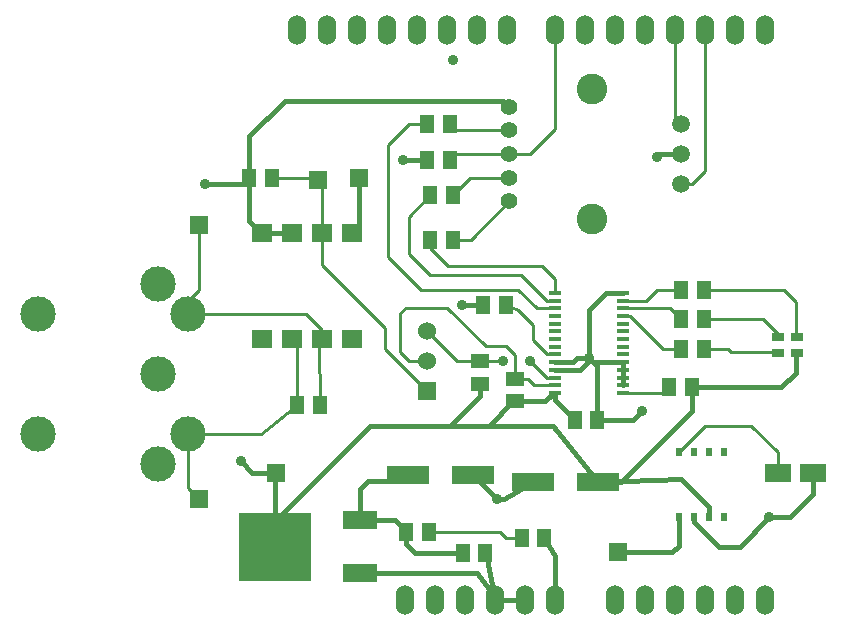
<source format=gtl>
%FSLAX34Y34*%
G04 Gerber Fmt 3.4, Leading zero omitted, Abs format*
G04 (created by PCBNEW (2014-02-26 BZR 4721)-product) date Wednesday, 20 August 2014 20:09:21*
%MOIN*%
G01*
G70*
G90*
G04 APERTURE LIST*
%ADD10C,0.005906*%
%ADD11O,0.060000X0.100000*%
%ADD12C,0.055118*%
%ADD13C,0.059055*%
%ADD14C,0.102362*%
%ADD15R,0.060000X0.060000*%
%ADD16C,0.060000*%
%ADD17R,0.118110X0.062992*%
%ADD18R,0.244094X0.228346*%
%ADD19C,0.118110*%
%ADD20R,0.141700X0.063000*%
%ADD21R,0.086600X0.063000*%
%ADD22R,0.059000X0.051200*%
%ADD23R,0.051200X0.059000*%
%ADD24R,0.039000X0.012000*%
%ADD25R,0.039370X0.027559*%
%ADD26R,0.070000X0.059800*%
%ADD27R,0.020000X0.027500*%
%ADD28C,0.035000*%
%ADD29C,0.015748*%
%ADD30C,0.010000*%
G04 APERTURE END LIST*
G54D10*
G54D11*
X56456Y-30614D03*
X55456Y-30614D03*
X54456Y-30614D03*
X51456Y-30614D03*
X52456Y-30614D03*
X53456Y-30614D03*
X49456Y-30614D03*
X48456Y-30614D03*
X47456Y-30614D03*
X45456Y-30614D03*
X44456Y-30614D03*
X56456Y-11614D03*
X55456Y-11614D03*
X54456Y-11614D03*
X53456Y-11614D03*
X52456Y-11614D03*
X51456Y-11614D03*
X50456Y-11614D03*
X49456Y-11614D03*
X47856Y-11614D03*
X46856Y-11614D03*
X45856Y-11614D03*
X44856Y-11614D03*
X43856Y-11614D03*
X42856Y-11614D03*
X41856Y-11614D03*
X40856Y-11614D03*
X46456Y-30614D03*
G54D12*
X47933Y-17322D03*
X47933Y-16535D03*
X47933Y-15748D03*
X47933Y-14960D03*
X47933Y-14173D03*
G54D13*
X53641Y-16732D03*
X53641Y-15748D03*
X53641Y-14763D03*
G54D14*
X50688Y-17913D03*
X50688Y-13582D03*
G54D15*
X45177Y-23637D03*
G54D16*
X45177Y-22637D03*
X45177Y-21637D03*
G54D15*
X41574Y-16614D03*
X37598Y-18110D03*
X37598Y-27244D03*
X40157Y-26377D03*
X42913Y-16535D03*
X51574Y-29015D03*
G54D17*
X42952Y-29724D03*
G54D18*
X40118Y-28858D03*
G54D17*
X42952Y-27952D03*
G54D19*
X32220Y-25070D03*
X32220Y-21070D03*
X36220Y-20070D03*
X37220Y-21070D03*
X36220Y-23070D03*
X37220Y-25070D03*
X36220Y-26070D03*
G54D20*
X50886Y-26673D03*
X48720Y-26673D03*
X44546Y-26456D03*
X46712Y-26456D03*
G54D21*
X56889Y-26377D03*
X58071Y-26377D03*
G54D22*
X48129Y-23247D03*
X48129Y-23997D03*
X46948Y-22656D03*
X46948Y-23406D03*
G54D23*
X48345Y-28543D03*
X49095Y-28543D03*
X54410Y-21259D03*
X53660Y-21259D03*
X54410Y-22244D03*
X53660Y-22244D03*
X54410Y-20275D03*
X53660Y-20275D03*
X47065Y-20767D03*
X47815Y-20767D03*
X54016Y-23523D03*
X53266Y-23523D03*
X45195Y-15944D03*
X45945Y-15944D03*
X45294Y-18602D03*
X46044Y-18602D03*
X45294Y-17125D03*
X46044Y-17125D03*
X45195Y-14763D03*
X45945Y-14763D03*
X40020Y-16535D03*
X39270Y-16535D03*
X41615Y-24114D03*
X40865Y-24114D03*
X46376Y-29035D03*
X47126Y-29035D03*
X45256Y-28346D03*
X44506Y-28346D03*
G54D24*
X51738Y-23710D03*
X51738Y-23454D03*
X51738Y-23198D03*
X51738Y-22942D03*
X51738Y-22686D03*
X51738Y-22430D03*
X51738Y-22174D03*
X51738Y-21920D03*
X51738Y-21664D03*
X51738Y-21408D03*
X51738Y-21152D03*
X51738Y-20896D03*
X51738Y-20640D03*
X51738Y-20384D03*
X49442Y-20384D03*
X49442Y-20640D03*
X49442Y-20896D03*
X49442Y-21152D03*
X49442Y-21408D03*
X49442Y-21664D03*
X49442Y-21920D03*
X49442Y-22174D03*
X49442Y-22430D03*
X49442Y-22686D03*
X49442Y-22942D03*
X49442Y-23198D03*
X49442Y-23454D03*
X49442Y-23710D03*
G54D23*
X50867Y-24606D03*
X50117Y-24606D03*
G54D25*
X57527Y-22389D03*
X56901Y-22389D03*
X57527Y-21842D03*
X56901Y-21842D03*
G54D26*
X39682Y-21930D03*
X40682Y-21930D03*
X41680Y-21930D03*
X42680Y-21930D03*
X42680Y-18384D03*
X41680Y-18384D03*
X40682Y-18384D03*
X39682Y-18384D03*
G54D27*
X53581Y-27853D03*
X54081Y-27853D03*
X54579Y-27853D03*
X55079Y-27853D03*
X55079Y-25689D03*
X54579Y-25689D03*
X54081Y-25689D03*
X53581Y-25689D03*
G54D28*
X46062Y-12598D03*
X37795Y-16732D03*
X38976Y-25984D03*
X56594Y-27854D03*
X50590Y-22539D03*
X46358Y-20767D03*
X52362Y-24311D03*
X52854Y-15846D03*
X44389Y-15944D03*
X47539Y-27263D03*
X47736Y-22637D03*
X48622Y-22637D03*
G54D29*
X49442Y-23710D02*
X49442Y-23931D01*
X49442Y-23931D02*
X50117Y-24606D01*
X49442Y-23710D02*
X49419Y-23710D01*
X49132Y-23997D02*
X48129Y-23997D01*
X49419Y-23710D02*
X49132Y-23997D01*
X46948Y-23406D02*
X46948Y-23818D01*
X46948Y-23818D02*
X45964Y-24803D01*
X48129Y-23997D02*
X48050Y-23997D01*
X48050Y-23997D02*
X47244Y-24803D01*
X54016Y-23523D02*
X56988Y-23523D01*
X57480Y-23031D02*
X57480Y-22342D01*
X56988Y-23523D02*
X57480Y-23031D01*
X51673Y-26673D02*
X50886Y-26673D01*
X54016Y-24329D02*
X54016Y-23523D01*
X51673Y-26673D02*
X54016Y-24329D01*
X49442Y-23710D02*
X49442Y-23710D01*
X39270Y-16535D02*
X39270Y-15158D01*
X47736Y-13976D02*
X47933Y-14173D01*
X40452Y-13976D02*
X47736Y-13976D01*
X39270Y-15158D02*
X40452Y-13976D01*
X39270Y-16535D02*
X39270Y-17973D01*
X39270Y-17973D02*
X39682Y-18384D01*
X39682Y-18384D02*
X40682Y-18384D01*
X39270Y-16535D02*
X39270Y-16973D01*
X37795Y-16732D02*
X39073Y-16732D01*
X40157Y-26377D02*
X39370Y-26377D01*
X39370Y-26377D02*
X38976Y-25984D01*
X39073Y-16732D02*
X39270Y-16535D01*
X40118Y-28858D02*
X40118Y-26417D01*
X40118Y-26417D02*
X40157Y-26377D01*
X50886Y-26673D02*
X53661Y-26594D01*
X54579Y-27512D02*
X54579Y-27853D01*
X53661Y-26594D02*
X54579Y-27512D01*
X40118Y-28858D02*
X40118Y-27992D01*
X49390Y-24803D02*
X50886Y-26673D01*
X43307Y-24803D02*
X45964Y-24803D01*
X45964Y-24803D02*
X47244Y-24803D01*
X47244Y-24803D02*
X49390Y-24803D01*
X40118Y-27992D02*
X43307Y-24803D01*
X49456Y-30614D02*
X49456Y-29160D01*
X49456Y-29160D02*
X49095Y-28543D01*
G54D30*
X53641Y-16732D02*
X54035Y-16732D01*
X54456Y-16311D02*
X54456Y-11614D01*
X54035Y-16732D02*
X54456Y-16311D01*
X53641Y-14763D02*
X53543Y-14763D01*
X53456Y-14677D02*
X53456Y-11614D01*
X53543Y-14763D02*
X53456Y-14677D01*
X47933Y-15748D02*
X46142Y-15748D01*
X46142Y-15748D02*
X45945Y-15944D01*
X47933Y-15748D02*
X48622Y-15748D01*
X49456Y-14913D02*
X49456Y-11614D01*
X48622Y-15748D02*
X49456Y-14913D01*
G54D29*
X56594Y-27854D02*
X57283Y-27854D01*
X54081Y-27999D02*
X54921Y-28838D01*
X54921Y-28838D02*
X55610Y-28838D01*
X55610Y-28838D02*
X56594Y-27854D01*
X54081Y-27853D02*
X54081Y-27999D01*
X58071Y-27066D02*
X58071Y-26377D01*
X57283Y-27854D02*
X58071Y-27066D01*
X51738Y-23198D02*
X51738Y-23454D01*
X51738Y-22942D02*
X51738Y-23198D01*
X51738Y-22686D02*
X51738Y-22942D01*
X51738Y-22686D02*
X50737Y-22686D01*
X50737Y-22686D02*
X50590Y-22539D01*
X51738Y-20384D02*
X51170Y-20384D01*
X50590Y-20964D02*
X50590Y-22539D01*
X51170Y-20384D02*
X50590Y-20964D01*
X50867Y-24606D02*
X50867Y-22815D01*
X50049Y-22686D02*
X50196Y-22539D01*
X50196Y-22539D02*
X50590Y-22539D01*
X49442Y-22686D02*
X50049Y-22686D01*
X50286Y-22942D02*
X50590Y-22637D01*
X50590Y-22637D02*
X50590Y-22539D01*
X50286Y-22942D02*
X49442Y-22942D01*
X50867Y-22815D02*
X50590Y-22539D01*
X47065Y-20767D02*
X46358Y-20767D01*
X50867Y-24606D02*
X52066Y-24606D01*
X52066Y-24606D02*
X52362Y-24311D01*
X53641Y-15748D02*
X52952Y-15748D01*
X52952Y-15748D02*
X52854Y-15846D01*
X45195Y-15944D02*
X44389Y-15944D01*
X47539Y-27263D02*
X47755Y-27263D01*
X47755Y-27263D02*
X48720Y-26673D01*
X46712Y-26456D02*
X46732Y-26456D01*
X46732Y-26456D02*
X47539Y-27263D01*
X42913Y-16535D02*
X42913Y-18151D01*
X42913Y-18151D02*
X42680Y-18384D01*
X47456Y-30614D02*
X47456Y-30527D01*
X44685Y-29724D02*
X42952Y-29724D01*
X44881Y-29724D02*
X44685Y-29724D01*
X46850Y-29724D02*
X44881Y-29724D01*
X47456Y-30527D02*
X46850Y-29724D01*
X47456Y-30614D02*
X47161Y-29069D01*
X47161Y-29069D02*
X47126Y-29035D01*
X48456Y-30614D02*
X47456Y-30614D01*
G54D30*
X56889Y-26377D02*
X56889Y-25688D01*
X54468Y-24803D02*
X53581Y-25689D01*
X56003Y-24803D02*
X54468Y-24803D01*
X56889Y-25688D02*
X56003Y-24803D01*
X48345Y-28543D02*
X47834Y-28543D01*
X47637Y-28346D02*
X45256Y-28346D01*
X47834Y-28543D02*
X47637Y-28346D01*
X41680Y-21930D02*
X41680Y-21601D01*
X41149Y-21070D02*
X37220Y-21070D01*
X41680Y-21601D02*
X41149Y-21070D01*
X41615Y-24114D02*
X41595Y-22015D01*
X41595Y-22015D02*
X41680Y-21930D01*
X37220Y-21070D02*
X37220Y-20653D01*
X37220Y-20653D02*
X37598Y-20275D01*
X37598Y-20275D02*
X37598Y-18110D01*
X40865Y-24114D02*
X40845Y-22093D01*
X40845Y-22093D02*
X40682Y-21930D01*
X37220Y-25070D02*
X39672Y-25070D01*
X39672Y-25070D02*
X40865Y-24114D01*
X37220Y-25070D02*
X37220Y-26866D01*
X37220Y-26866D02*
X37598Y-27244D01*
X46044Y-18602D02*
X46653Y-18602D01*
X46653Y-18602D02*
X47933Y-17322D01*
X47933Y-16535D02*
X46634Y-16535D01*
X46634Y-16535D02*
X46044Y-17125D01*
X47933Y-14960D02*
X46142Y-14960D01*
X46142Y-14960D02*
X45945Y-14763D01*
X54410Y-21259D02*
X56397Y-21259D01*
X56948Y-21811D02*
X56948Y-21889D01*
X56397Y-21259D02*
X56948Y-21811D01*
X54410Y-20275D02*
X57086Y-20275D01*
X57480Y-20669D02*
X57480Y-21889D01*
X57086Y-20275D02*
X57480Y-20669D01*
X54410Y-22244D02*
X55216Y-22244D01*
X55314Y-22342D02*
X56948Y-22342D01*
X55216Y-22244D02*
X55314Y-22342D01*
X49442Y-22430D02*
X49201Y-22430D01*
X48228Y-20964D02*
X47815Y-20767D01*
X48720Y-21456D02*
X48228Y-20964D01*
X48720Y-21948D02*
X48720Y-21456D01*
X49201Y-22430D02*
X48720Y-21948D01*
X45294Y-18602D02*
X45294Y-18878D01*
X49442Y-19914D02*
X49442Y-20384D01*
X49015Y-19488D02*
X49442Y-19914D01*
X45903Y-19488D02*
X49015Y-19488D01*
X45294Y-18878D02*
X45903Y-19488D01*
X49442Y-20640D02*
X49183Y-20640D01*
X44586Y-17833D02*
X45294Y-17125D01*
X44586Y-19094D02*
X44586Y-17833D01*
X45275Y-19783D02*
X44586Y-19094D01*
X48326Y-19783D02*
X45275Y-19783D01*
X49183Y-20640D02*
X48326Y-19783D01*
X49442Y-20896D02*
X48849Y-20896D01*
X44586Y-14763D02*
X45195Y-14763D01*
X43897Y-15452D02*
X44586Y-14763D01*
X43897Y-19192D02*
X43897Y-15452D01*
X44980Y-20275D02*
X43897Y-19192D01*
X48228Y-20275D02*
X44980Y-20275D01*
X48849Y-20896D02*
X48228Y-20275D01*
X51738Y-20896D02*
X53296Y-20896D01*
X53296Y-20896D02*
X53660Y-21259D01*
X51738Y-21152D02*
X51959Y-21152D01*
X53051Y-22244D02*
X53660Y-22244D01*
X51959Y-21152D02*
X53051Y-22244D01*
X51738Y-20640D02*
X52489Y-20640D01*
X52854Y-20275D02*
X53660Y-20275D01*
X52489Y-20640D02*
X52854Y-20275D01*
X51738Y-23710D02*
X53080Y-23710D01*
X53080Y-23710D02*
X53266Y-23523D01*
X49442Y-23198D02*
X49182Y-23198D01*
X47717Y-22656D02*
X46948Y-22656D01*
X47736Y-22637D02*
X47717Y-22656D01*
X49182Y-23198D02*
X48622Y-22637D01*
X46948Y-22656D02*
X46195Y-22656D01*
X46195Y-22656D02*
X45177Y-21637D01*
X49442Y-23454D02*
X48749Y-23454D01*
X48542Y-23247D02*
X48129Y-23247D01*
X48749Y-23454D02*
X48542Y-23247D01*
X45177Y-22637D02*
X44586Y-22637D01*
X48129Y-22440D02*
X48129Y-23247D01*
X47834Y-22145D02*
X48129Y-22440D01*
X47145Y-22145D02*
X47834Y-22145D01*
X45866Y-20866D02*
X47145Y-22145D01*
X44488Y-20866D02*
X45866Y-20866D01*
X44291Y-21062D02*
X44488Y-20866D01*
X44291Y-22342D02*
X44291Y-21062D01*
X44586Y-22637D02*
X44291Y-22342D01*
X41680Y-18384D02*
X41680Y-19436D01*
X43799Y-22259D02*
X45177Y-23637D01*
X43799Y-21555D02*
X43799Y-22259D01*
X41680Y-19436D02*
X43799Y-21555D01*
X40020Y-16535D02*
X41496Y-16535D01*
X41680Y-16719D02*
X41680Y-18384D01*
X41496Y-16535D02*
X41680Y-16719D01*
X40099Y-16614D02*
X40020Y-16535D01*
G54D29*
X53581Y-27853D02*
X53581Y-28800D01*
X53366Y-29015D02*
X51574Y-29015D01*
X53581Y-28800D02*
X53366Y-29015D01*
X46376Y-29035D02*
X44783Y-29035D01*
X44506Y-28758D02*
X44506Y-28346D01*
X44783Y-29035D02*
X44506Y-28758D01*
X42952Y-27952D02*
X42952Y-26909D01*
X44350Y-26653D02*
X44546Y-26456D01*
X43208Y-26653D02*
X44350Y-26653D01*
X42952Y-26909D02*
X43208Y-26653D01*
X42952Y-27952D02*
X44113Y-27952D01*
X44113Y-27952D02*
X44506Y-28346D01*
M02*

</source>
